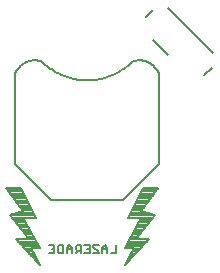
<source format=gbo>
G75*
%MOIN*%
%OFA0B0*%
%FSLAX25Y25*%
%IPPOS*%
%LPD*%
%AMOC8*
5,1,8,0,0,1.08239X$1,22.5*
%
%ADD10C,0.00500*%
%ADD11C,0.00800*%
D10*
X0177531Y0113375D02*
X0179333Y0113375D01*
X0179333Y0116077D01*
X0177531Y0116077D01*
X0178432Y0114726D02*
X0179333Y0114726D01*
X0180478Y0113825D02*
X0180478Y0115627D01*
X0180928Y0116077D01*
X0182279Y0116077D01*
X0182279Y0113375D01*
X0180928Y0113375D01*
X0180478Y0113825D01*
X0183424Y0113375D02*
X0183424Y0115177D01*
X0184325Y0116077D01*
X0185226Y0115177D01*
X0185226Y0113375D01*
X0186371Y0113375D02*
X0187271Y0114276D01*
X0186821Y0114276D02*
X0188172Y0114276D01*
X0188172Y0113375D02*
X0188172Y0116077D01*
X0186821Y0116077D01*
X0186371Y0115627D01*
X0186371Y0114726D01*
X0186821Y0114276D01*
X0185226Y0114726D02*
X0183424Y0114726D01*
X0189317Y0113375D02*
X0191119Y0113375D01*
X0191119Y0116077D01*
X0189317Y0116077D01*
X0190218Y0114726D02*
X0191119Y0114726D01*
X0192264Y0115627D02*
X0194065Y0113825D01*
X0194065Y0113375D01*
X0192264Y0113375D01*
X0192264Y0115627D02*
X0192264Y0116077D01*
X0194065Y0116077D01*
X0195210Y0115177D02*
X0195210Y0113375D01*
X0195210Y0114726D02*
X0197012Y0114726D01*
X0197012Y0115177D02*
X0197012Y0113375D01*
X0198157Y0113375D02*
X0199958Y0113375D01*
X0199958Y0116077D01*
X0197012Y0115177D02*
X0196111Y0116077D01*
X0195210Y0115177D01*
D11*
X0174583Y0109375D02*
X0166458Y0118125D01*
X0170833Y0118125D01*
X0164583Y0126250D01*
X0168958Y0127500D01*
X0163333Y0135000D01*
X0168333Y0135000D01*
X0173333Y0125000D01*
X0168958Y0125000D01*
X0174583Y0115000D01*
X0171458Y0115000D01*
X0174583Y0109375D01*
X0174180Y0110101D02*
X0173909Y0110101D01*
X0173736Y0110899D02*
X0173168Y0110899D01*
X0173293Y0111698D02*
X0172426Y0111698D01*
X0172849Y0112496D02*
X0171685Y0112496D01*
X0172406Y0113295D02*
X0170943Y0113295D01*
X0170202Y0114093D02*
X0171962Y0114093D01*
X0171518Y0114892D02*
X0169460Y0114892D01*
X0168719Y0115690D02*
X0174195Y0115690D01*
X0173746Y0116489D02*
X0167977Y0116489D01*
X0167236Y0117287D02*
X0173297Y0117287D01*
X0172847Y0118086D02*
X0166495Y0118086D01*
X0169021Y0120482D02*
X0171500Y0120482D01*
X0171051Y0121280D02*
X0168406Y0121280D01*
X0167792Y0122079D02*
X0170602Y0122079D01*
X0170152Y0122877D02*
X0167178Y0122877D01*
X0166564Y0123676D02*
X0169703Y0123676D01*
X0169254Y0124474D02*
X0165949Y0124474D01*
X0165335Y0125273D02*
X0173197Y0125273D01*
X0172798Y0126071D02*
X0164721Y0126071D01*
X0166752Y0126870D02*
X0172399Y0126870D01*
X0171999Y0127668D02*
X0168832Y0127668D01*
X0168233Y0128467D02*
X0171600Y0128467D01*
X0171201Y0129265D02*
X0167634Y0129265D01*
X0167036Y0130064D02*
X0170802Y0130064D01*
X0170402Y0130862D02*
X0166437Y0130862D01*
X0165838Y0131661D02*
X0170003Y0131661D01*
X0169604Y0132459D02*
X0165239Y0132459D01*
X0164640Y0133258D02*
X0169204Y0133258D01*
X0168805Y0134056D02*
X0164041Y0134056D01*
X0163442Y0134855D02*
X0168406Y0134855D01*
X0166208Y0143250D02*
X0178208Y0131250D01*
X0202208Y0131250D01*
X0214208Y0143250D01*
X0214208Y0173250D01*
X0214146Y0173406D01*
X0214079Y0173561D01*
X0214010Y0173714D01*
X0213936Y0173866D01*
X0213859Y0174015D01*
X0213778Y0174163D01*
X0213694Y0174309D01*
X0213606Y0174452D01*
X0213515Y0174594D01*
X0213421Y0174733D01*
X0213323Y0174870D01*
X0213222Y0175004D01*
X0213117Y0175136D01*
X0213010Y0175266D01*
X0212899Y0175392D01*
X0212785Y0175516D01*
X0212669Y0175638D01*
X0212549Y0175756D01*
X0212427Y0175872D01*
X0212302Y0175984D01*
X0212174Y0176094D01*
X0212043Y0176200D01*
X0211910Y0176303D01*
X0211775Y0176403D01*
X0211637Y0176500D01*
X0211497Y0176593D01*
X0211355Y0176683D01*
X0211210Y0176769D01*
X0211064Y0176852D01*
X0210915Y0176931D01*
X0210765Y0177007D01*
X0210613Y0177079D01*
X0210459Y0177147D01*
X0210304Y0177212D01*
X0210147Y0177273D01*
X0209989Y0177330D01*
X0209829Y0177383D01*
X0209668Y0177432D01*
X0209506Y0177478D01*
X0209343Y0177519D01*
X0209179Y0177557D01*
X0209014Y0177590D01*
X0208848Y0177620D01*
X0208682Y0177646D01*
X0208515Y0177667D01*
X0208348Y0177685D01*
X0208180Y0177698D01*
X0208012Y0177707D01*
X0207844Y0177713D01*
X0207675Y0177714D01*
X0207507Y0177711D01*
X0207339Y0177704D01*
X0207171Y0177693D01*
X0207003Y0177678D01*
X0206836Y0177659D01*
X0206670Y0177636D01*
X0206503Y0177609D01*
X0206338Y0177578D01*
X0206173Y0177543D01*
X0206010Y0177504D01*
X0205847Y0177461D01*
X0205685Y0177414D01*
X0205525Y0177363D01*
X0205366Y0177308D01*
X0205208Y0177250D01*
X0212331Y0184307D02*
X0217214Y0179424D01*
X0229324Y0172882D02*
X0231702Y0175259D01*
X0232322Y0180206D02*
X0217289Y0195239D01*
X0212342Y0194618D02*
X0209965Y0192241D01*
X0205208Y0177250D02*
X0204841Y0176892D01*
X0204466Y0176543D01*
X0204082Y0176203D01*
X0203690Y0175872D01*
X0203290Y0175551D01*
X0202883Y0175240D01*
X0202468Y0174939D01*
X0202047Y0174648D01*
X0201618Y0174367D01*
X0201182Y0174096D01*
X0200740Y0173836D01*
X0200292Y0173587D01*
X0199839Y0173349D01*
X0199379Y0173122D01*
X0198914Y0172906D01*
X0198444Y0172701D01*
X0197969Y0172508D01*
X0197490Y0172326D01*
X0197006Y0172156D01*
X0196519Y0171998D01*
X0196028Y0171851D01*
X0195533Y0171716D01*
X0195035Y0171594D01*
X0194535Y0171483D01*
X0194032Y0171384D01*
X0193526Y0171298D01*
X0193019Y0171224D01*
X0192510Y0171162D01*
X0192000Y0171113D01*
X0191489Y0171076D01*
X0190977Y0171051D01*
X0190464Y0171039D01*
X0189952Y0171039D01*
X0189439Y0171051D01*
X0188927Y0171076D01*
X0188416Y0171113D01*
X0187906Y0171162D01*
X0187397Y0171224D01*
X0186890Y0171298D01*
X0186384Y0171384D01*
X0185881Y0171483D01*
X0185381Y0171594D01*
X0184883Y0171716D01*
X0184388Y0171851D01*
X0183897Y0171998D01*
X0183410Y0172156D01*
X0182926Y0172326D01*
X0182447Y0172508D01*
X0181972Y0172701D01*
X0181502Y0172906D01*
X0181037Y0173122D01*
X0180577Y0173349D01*
X0180124Y0173587D01*
X0179676Y0173836D01*
X0179234Y0174096D01*
X0178798Y0174367D01*
X0178369Y0174648D01*
X0177948Y0174939D01*
X0177533Y0175240D01*
X0177126Y0175551D01*
X0176726Y0175872D01*
X0176334Y0176203D01*
X0175950Y0176543D01*
X0175575Y0176892D01*
X0175208Y0177250D01*
X0166208Y0173250D02*
X0166208Y0143250D01*
X0203958Y0125000D02*
X0208958Y0135000D01*
X0213958Y0135000D01*
X0208333Y0127500D01*
X0212708Y0126250D01*
X0206458Y0118125D01*
X0210833Y0118125D01*
X0202708Y0109375D01*
X0205833Y0115000D01*
X0202708Y0115000D01*
X0208333Y0125000D01*
X0203958Y0125000D01*
X0204095Y0125273D02*
X0211956Y0125273D01*
X0212571Y0126071D02*
X0204494Y0126071D01*
X0204893Y0126870D02*
X0210540Y0126870D01*
X0209058Y0128467D02*
X0205692Y0128467D01*
X0206091Y0129265D02*
X0209657Y0129265D01*
X0210256Y0130064D02*
X0206490Y0130064D01*
X0206889Y0130862D02*
X0210855Y0130862D01*
X0211454Y0131661D02*
X0207289Y0131661D01*
X0207688Y0132459D02*
X0212053Y0132459D01*
X0212652Y0133258D02*
X0208087Y0133258D01*
X0208486Y0134056D02*
X0213250Y0134056D01*
X0213849Y0134855D02*
X0208886Y0134855D01*
X0208459Y0127668D02*
X0205292Y0127668D01*
X0208037Y0124474D02*
X0211342Y0124474D01*
X0210728Y0123676D02*
X0207588Y0123676D01*
X0207139Y0122877D02*
X0210114Y0122877D01*
X0209500Y0122079D02*
X0206690Y0122079D01*
X0206241Y0121280D02*
X0208885Y0121280D01*
X0208271Y0120482D02*
X0205792Y0120482D01*
X0205343Y0119683D02*
X0207657Y0119683D01*
X0207043Y0118884D02*
X0204893Y0118884D01*
X0204444Y0118086D02*
X0210797Y0118086D01*
X0210056Y0117287D02*
X0203995Y0117287D01*
X0203546Y0116489D02*
X0209314Y0116489D01*
X0208573Y0115690D02*
X0203097Y0115690D01*
X0205330Y0114093D02*
X0207090Y0114093D01*
X0206348Y0113295D02*
X0204886Y0113295D01*
X0204442Y0112496D02*
X0205607Y0112496D01*
X0204865Y0111698D02*
X0203999Y0111698D01*
X0204124Y0110899D02*
X0203555Y0110899D01*
X0203382Y0110101D02*
X0203112Y0110101D01*
X0205773Y0114892D02*
X0207831Y0114892D01*
X0172398Y0118884D02*
X0170249Y0118884D01*
X0169635Y0119683D02*
X0171949Y0119683D01*
X0166208Y0173250D02*
X0166270Y0173406D01*
X0166337Y0173561D01*
X0166406Y0173714D01*
X0166480Y0173866D01*
X0166557Y0174015D01*
X0166638Y0174163D01*
X0166722Y0174309D01*
X0166810Y0174452D01*
X0166901Y0174594D01*
X0166995Y0174733D01*
X0167093Y0174870D01*
X0167194Y0175004D01*
X0167299Y0175136D01*
X0167406Y0175266D01*
X0167517Y0175392D01*
X0167631Y0175516D01*
X0167747Y0175638D01*
X0167867Y0175756D01*
X0167989Y0175872D01*
X0168114Y0175984D01*
X0168242Y0176094D01*
X0168373Y0176200D01*
X0168506Y0176303D01*
X0168641Y0176403D01*
X0168779Y0176500D01*
X0168919Y0176593D01*
X0169061Y0176683D01*
X0169206Y0176769D01*
X0169352Y0176852D01*
X0169501Y0176931D01*
X0169651Y0177007D01*
X0169803Y0177079D01*
X0169957Y0177147D01*
X0170112Y0177212D01*
X0170269Y0177273D01*
X0170427Y0177330D01*
X0170587Y0177383D01*
X0170748Y0177432D01*
X0170910Y0177478D01*
X0171073Y0177519D01*
X0171237Y0177557D01*
X0171402Y0177590D01*
X0171568Y0177620D01*
X0171734Y0177646D01*
X0171901Y0177667D01*
X0172068Y0177685D01*
X0172236Y0177698D01*
X0172404Y0177707D01*
X0172572Y0177713D01*
X0172741Y0177714D01*
X0172909Y0177711D01*
X0173077Y0177704D01*
X0173245Y0177693D01*
X0173413Y0177678D01*
X0173580Y0177659D01*
X0173746Y0177636D01*
X0173913Y0177609D01*
X0174078Y0177578D01*
X0174243Y0177543D01*
X0174406Y0177504D01*
X0174569Y0177461D01*
X0174731Y0177414D01*
X0174891Y0177363D01*
X0175050Y0177308D01*
X0175208Y0177250D01*
M02*

</source>
